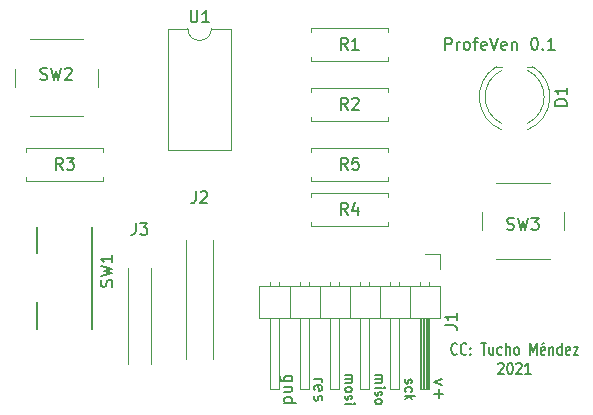
<source format=gbr>
%TF.GenerationSoftware,KiCad,Pcbnew,5.1.10-88a1d61d58~88~ubuntu18.04.1*%
%TF.CreationDate,2021-11-17T00:59:38+01:00*%
%TF.ProjectId,tuchoVen,74756368-6f56-4656-9e2e-6b696361645f,rev?*%
%TF.SameCoordinates,Original*%
%TF.FileFunction,Legend,Top*%
%TF.FilePolarity,Positive*%
%FSLAX46Y46*%
G04 Gerber Fmt 4.6, Leading zero omitted, Abs format (unit mm)*
G04 Created by KiCad (PCBNEW 5.1.10-88a1d61d58~88~ubuntu18.04.1) date 2021-11-17 00:59:38*
%MOMM*%
%LPD*%
G01*
G04 APERTURE LIST*
%ADD10C,0.150000*%
%ADD11C,0.120000*%
G04 APERTURE END LIST*
D10*
X204146190Y-79171904D02*
X204108095Y-79248095D01*
X204108095Y-79400476D01*
X204146190Y-79476666D01*
X204222380Y-79514761D01*
X204260476Y-79514761D01*
X204336666Y-79476666D01*
X204374761Y-79400476D01*
X204374761Y-79286190D01*
X204412857Y-79210000D01*
X204489047Y-79171904D01*
X204527142Y-79171904D01*
X204603333Y-79210000D01*
X204641428Y-79286190D01*
X204641428Y-79400476D01*
X204603333Y-79476666D01*
X204146190Y-80200476D02*
X204108095Y-80124285D01*
X204108095Y-79971904D01*
X204146190Y-79895714D01*
X204184285Y-79857619D01*
X204260476Y-79819523D01*
X204489047Y-79819523D01*
X204565238Y-79857619D01*
X204603333Y-79895714D01*
X204641428Y-79971904D01*
X204641428Y-80124285D01*
X204603333Y-80200476D01*
X204108095Y-80543333D02*
X204908095Y-80543333D01*
X204412857Y-80619523D02*
X204108095Y-80848095D01*
X204641428Y-80848095D02*
X204336666Y-80543333D01*
X201568095Y-78790952D02*
X202101428Y-78790952D01*
X202025238Y-78790952D02*
X202063333Y-78829047D01*
X202101428Y-78905238D01*
X202101428Y-79019523D01*
X202063333Y-79095714D01*
X201987142Y-79133809D01*
X201568095Y-79133809D01*
X201987142Y-79133809D02*
X202063333Y-79171904D01*
X202101428Y-79248095D01*
X202101428Y-79362380D01*
X202063333Y-79438571D01*
X201987142Y-79476666D01*
X201568095Y-79476666D01*
X201568095Y-79857619D02*
X202101428Y-79857619D01*
X202368095Y-79857619D02*
X202330000Y-79819523D01*
X202291904Y-79857619D01*
X202330000Y-79895714D01*
X202368095Y-79857619D01*
X202291904Y-79857619D01*
X201606190Y-80200476D02*
X201568095Y-80276666D01*
X201568095Y-80429047D01*
X201606190Y-80505238D01*
X201682380Y-80543333D01*
X201720476Y-80543333D01*
X201796666Y-80505238D01*
X201834761Y-80429047D01*
X201834761Y-80314761D01*
X201872857Y-80238571D01*
X201949047Y-80200476D01*
X201987142Y-80200476D01*
X202063333Y-80238571D01*
X202101428Y-80314761D01*
X202101428Y-80429047D01*
X202063333Y-80505238D01*
X201568095Y-81000476D02*
X201606190Y-80924285D01*
X201644285Y-80886190D01*
X201720476Y-80848095D01*
X201949047Y-80848095D01*
X202025238Y-80886190D01*
X202063333Y-80924285D01*
X202101428Y-81000476D01*
X202101428Y-81114761D01*
X202063333Y-81190952D01*
X202025238Y-81229047D01*
X201949047Y-81267142D01*
X201720476Y-81267142D01*
X201644285Y-81229047D01*
X201606190Y-81190952D01*
X201568095Y-81114761D01*
X201568095Y-81000476D01*
X199028095Y-78790952D02*
X199561428Y-78790952D01*
X199485238Y-78790952D02*
X199523333Y-78829047D01*
X199561428Y-78905238D01*
X199561428Y-79019523D01*
X199523333Y-79095714D01*
X199447142Y-79133809D01*
X199028095Y-79133809D01*
X199447142Y-79133809D02*
X199523333Y-79171904D01*
X199561428Y-79248095D01*
X199561428Y-79362380D01*
X199523333Y-79438571D01*
X199447142Y-79476666D01*
X199028095Y-79476666D01*
X199028095Y-79971904D02*
X199066190Y-79895714D01*
X199104285Y-79857619D01*
X199180476Y-79819523D01*
X199409047Y-79819523D01*
X199485238Y-79857619D01*
X199523333Y-79895714D01*
X199561428Y-79971904D01*
X199561428Y-80086190D01*
X199523333Y-80162380D01*
X199485238Y-80200476D01*
X199409047Y-80238571D01*
X199180476Y-80238571D01*
X199104285Y-80200476D01*
X199066190Y-80162380D01*
X199028095Y-80086190D01*
X199028095Y-79971904D01*
X199066190Y-80543333D02*
X199028095Y-80619523D01*
X199028095Y-80771904D01*
X199066190Y-80848095D01*
X199142380Y-80886190D01*
X199180476Y-80886190D01*
X199256666Y-80848095D01*
X199294761Y-80771904D01*
X199294761Y-80657619D01*
X199332857Y-80581428D01*
X199409047Y-80543333D01*
X199447142Y-80543333D01*
X199523333Y-80581428D01*
X199561428Y-80657619D01*
X199561428Y-80771904D01*
X199523333Y-80848095D01*
X199028095Y-81229047D02*
X199561428Y-81229047D01*
X199828095Y-81229047D02*
X199790000Y-81190952D01*
X199751904Y-81229047D01*
X199790000Y-81267142D01*
X199828095Y-81229047D01*
X199751904Y-81229047D01*
X196397619Y-79105238D02*
X197064285Y-79105238D01*
X196873809Y-79105238D02*
X196969047Y-79152857D01*
X197016666Y-79200476D01*
X197064285Y-79295714D01*
X197064285Y-79390952D01*
X196445238Y-80105238D02*
X196397619Y-80010000D01*
X196397619Y-79819523D01*
X196445238Y-79724285D01*
X196540476Y-79676666D01*
X196921428Y-79676666D01*
X197016666Y-79724285D01*
X197064285Y-79819523D01*
X197064285Y-80010000D01*
X197016666Y-80105238D01*
X196921428Y-80152857D01*
X196826190Y-80152857D01*
X196730952Y-79676666D01*
X196445238Y-80533809D02*
X196397619Y-80629047D01*
X196397619Y-80819523D01*
X196445238Y-80914761D01*
X196540476Y-80962380D01*
X196588095Y-80962380D01*
X196683333Y-80914761D01*
X196730952Y-80819523D01*
X196730952Y-80676666D01*
X196778571Y-80581428D01*
X196873809Y-80533809D01*
X196921428Y-80533809D01*
X197016666Y-80581428D01*
X197064285Y-80676666D01*
X197064285Y-80819523D01*
X197016666Y-80914761D01*
X194524285Y-79319523D02*
X193714761Y-79319523D01*
X193619523Y-79271904D01*
X193571904Y-79224285D01*
X193524285Y-79129047D01*
X193524285Y-78986190D01*
X193571904Y-78890952D01*
X193905238Y-79319523D02*
X193857619Y-79224285D01*
X193857619Y-79033809D01*
X193905238Y-78938571D01*
X193952857Y-78890952D01*
X194048095Y-78843333D01*
X194333809Y-78843333D01*
X194429047Y-78890952D01*
X194476666Y-78938571D01*
X194524285Y-79033809D01*
X194524285Y-79224285D01*
X194476666Y-79319523D01*
X194524285Y-79795714D02*
X193857619Y-79795714D01*
X194429047Y-79795714D02*
X194476666Y-79843333D01*
X194524285Y-79938571D01*
X194524285Y-80081428D01*
X194476666Y-80176666D01*
X194381428Y-80224285D01*
X193857619Y-80224285D01*
X193857619Y-81129047D02*
X194857619Y-81129047D01*
X193905238Y-81129047D02*
X193857619Y-81033809D01*
X193857619Y-80843333D01*
X193905238Y-80748095D01*
X193952857Y-80700476D01*
X194048095Y-80652857D01*
X194333809Y-80652857D01*
X194429047Y-80700476D01*
X194476666Y-80748095D01*
X194524285Y-80843333D01*
X194524285Y-81033809D01*
X194476666Y-81129047D01*
X207224285Y-79152857D02*
X206557619Y-79390952D01*
X207224285Y-79629047D01*
X206938571Y-80010000D02*
X206938571Y-80771904D01*
X206557619Y-80390952D02*
X207319523Y-80390952D01*
X208483809Y-77002142D02*
X208445714Y-77049761D01*
X208331428Y-77097380D01*
X208255238Y-77097380D01*
X208140952Y-77049761D01*
X208064761Y-76954523D01*
X208026666Y-76859285D01*
X207988571Y-76668809D01*
X207988571Y-76525952D01*
X208026666Y-76335476D01*
X208064761Y-76240238D01*
X208140952Y-76145000D01*
X208255238Y-76097380D01*
X208331428Y-76097380D01*
X208445714Y-76145000D01*
X208483809Y-76192619D01*
X209283809Y-77002142D02*
X209245714Y-77049761D01*
X209131428Y-77097380D01*
X209055238Y-77097380D01*
X208940952Y-77049761D01*
X208864761Y-76954523D01*
X208826666Y-76859285D01*
X208788571Y-76668809D01*
X208788571Y-76525952D01*
X208826666Y-76335476D01*
X208864761Y-76240238D01*
X208940952Y-76145000D01*
X209055238Y-76097380D01*
X209131428Y-76097380D01*
X209245714Y-76145000D01*
X209283809Y-76192619D01*
X209626666Y-77002142D02*
X209664761Y-77049761D01*
X209626666Y-77097380D01*
X209588571Y-77049761D01*
X209626666Y-77002142D01*
X209626666Y-77097380D01*
X209626666Y-76478333D02*
X209664761Y-76525952D01*
X209626666Y-76573571D01*
X209588571Y-76525952D01*
X209626666Y-76478333D01*
X209626666Y-76573571D01*
X210502857Y-76097380D02*
X210960000Y-76097380D01*
X210731428Y-77097380D02*
X210731428Y-76097380D01*
X211569523Y-76430714D02*
X211569523Y-77097380D01*
X211226666Y-76430714D02*
X211226666Y-76954523D01*
X211264761Y-77049761D01*
X211340952Y-77097380D01*
X211455238Y-77097380D01*
X211531428Y-77049761D01*
X211569523Y-77002142D01*
X212293333Y-77049761D02*
X212217142Y-77097380D01*
X212064761Y-77097380D01*
X211988571Y-77049761D01*
X211950476Y-77002142D01*
X211912380Y-76906904D01*
X211912380Y-76621190D01*
X211950476Y-76525952D01*
X211988571Y-76478333D01*
X212064761Y-76430714D01*
X212217142Y-76430714D01*
X212293333Y-76478333D01*
X212636190Y-77097380D02*
X212636190Y-76097380D01*
X212979047Y-77097380D02*
X212979047Y-76573571D01*
X212940952Y-76478333D01*
X212864761Y-76430714D01*
X212750476Y-76430714D01*
X212674285Y-76478333D01*
X212636190Y-76525952D01*
X213474285Y-77097380D02*
X213398095Y-77049761D01*
X213360000Y-77002142D01*
X213321904Y-76906904D01*
X213321904Y-76621190D01*
X213360000Y-76525952D01*
X213398095Y-76478333D01*
X213474285Y-76430714D01*
X213588571Y-76430714D01*
X213664761Y-76478333D01*
X213702857Y-76525952D01*
X213740952Y-76621190D01*
X213740952Y-76906904D01*
X213702857Y-77002142D01*
X213664761Y-77049761D01*
X213588571Y-77097380D01*
X213474285Y-77097380D01*
X214693333Y-77097380D02*
X214693333Y-76097380D01*
X214960000Y-76811666D01*
X215226666Y-76097380D01*
X215226666Y-77097380D01*
X215912380Y-77049761D02*
X215836190Y-77097380D01*
X215683809Y-77097380D01*
X215607619Y-77049761D01*
X215569523Y-76954523D01*
X215569523Y-76573571D01*
X215607619Y-76478333D01*
X215683809Y-76430714D01*
X215836190Y-76430714D01*
X215912380Y-76478333D01*
X215950476Y-76573571D01*
X215950476Y-76668809D01*
X215569523Y-76764047D01*
X215836190Y-76049761D02*
X215721904Y-76192619D01*
X216293333Y-76430714D02*
X216293333Y-77097380D01*
X216293333Y-76525952D02*
X216331428Y-76478333D01*
X216407619Y-76430714D01*
X216521904Y-76430714D01*
X216598095Y-76478333D01*
X216636190Y-76573571D01*
X216636190Y-77097380D01*
X217360000Y-77097380D02*
X217360000Y-76097380D01*
X217360000Y-77049761D02*
X217283809Y-77097380D01*
X217131428Y-77097380D01*
X217055238Y-77049761D01*
X217017142Y-77002142D01*
X216979047Y-76906904D01*
X216979047Y-76621190D01*
X217017142Y-76525952D01*
X217055238Y-76478333D01*
X217131428Y-76430714D01*
X217283809Y-76430714D01*
X217360000Y-76478333D01*
X218045714Y-77049761D02*
X217969523Y-77097380D01*
X217817142Y-77097380D01*
X217740952Y-77049761D01*
X217702857Y-76954523D01*
X217702857Y-76573571D01*
X217740952Y-76478333D01*
X217817142Y-76430714D01*
X217969523Y-76430714D01*
X218045714Y-76478333D01*
X218083809Y-76573571D01*
X218083809Y-76668809D01*
X217702857Y-76764047D01*
X218350476Y-76430714D02*
X218769523Y-76430714D01*
X218350476Y-77097380D01*
X218769523Y-77097380D01*
X211988571Y-77842619D02*
X212026666Y-77795000D01*
X212102857Y-77747380D01*
X212293333Y-77747380D01*
X212369523Y-77795000D01*
X212407619Y-77842619D01*
X212445714Y-77937857D01*
X212445714Y-78033095D01*
X212407619Y-78175952D01*
X211950476Y-78747380D01*
X212445714Y-78747380D01*
X212940952Y-77747380D02*
X213017142Y-77747380D01*
X213093333Y-77795000D01*
X213131428Y-77842619D01*
X213169523Y-77937857D01*
X213207619Y-78128333D01*
X213207619Y-78366428D01*
X213169523Y-78556904D01*
X213131428Y-78652142D01*
X213093333Y-78699761D01*
X213017142Y-78747380D01*
X212940952Y-78747380D01*
X212864761Y-78699761D01*
X212826666Y-78652142D01*
X212788571Y-78556904D01*
X212750476Y-78366428D01*
X212750476Y-78128333D01*
X212788571Y-77937857D01*
X212826666Y-77842619D01*
X212864761Y-77795000D01*
X212940952Y-77747380D01*
X213512380Y-77842619D02*
X213550476Y-77795000D01*
X213626666Y-77747380D01*
X213817142Y-77747380D01*
X213893333Y-77795000D01*
X213931428Y-77842619D01*
X213969523Y-77937857D01*
X213969523Y-78033095D01*
X213931428Y-78175952D01*
X213474285Y-78747380D01*
X213969523Y-78747380D01*
X214731428Y-78747380D02*
X214274285Y-78747380D01*
X214502857Y-78747380D02*
X214502857Y-77747380D01*
X214426666Y-77890238D01*
X214350476Y-77985476D01*
X214274285Y-78033095D01*
X207470952Y-51252380D02*
X207470952Y-50252380D01*
X207851904Y-50252380D01*
X207947142Y-50300000D01*
X207994761Y-50347619D01*
X208042380Y-50442857D01*
X208042380Y-50585714D01*
X207994761Y-50680952D01*
X207947142Y-50728571D01*
X207851904Y-50776190D01*
X207470952Y-50776190D01*
X208470952Y-51252380D02*
X208470952Y-50585714D01*
X208470952Y-50776190D02*
X208518571Y-50680952D01*
X208566190Y-50633333D01*
X208661428Y-50585714D01*
X208756666Y-50585714D01*
X209232857Y-51252380D02*
X209137619Y-51204761D01*
X209090000Y-51157142D01*
X209042380Y-51061904D01*
X209042380Y-50776190D01*
X209090000Y-50680952D01*
X209137619Y-50633333D01*
X209232857Y-50585714D01*
X209375714Y-50585714D01*
X209470952Y-50633333D01*
X209518571Y-50680952D01*
X209566190Y-50776190D01*
X209566190Y-51061904D01*
X209518571Y-51157142D01*
X209470952Y-51204761D01*
X209375714Y-51252380D01*
X209232857Y-51252380D01*
X209851904Y-50585714D02*
X210232857Y-50585714D01*
X209994761Y-51252380D02*
X209994761Y-50395238D01*
X210042380Y-50300000D01*
X210137619Y-50252380D01*
X210232857Y-50252380D01*
X210947142Y-51204761D02*
X210851904Y-51252380D01*
X210661428Y-51252380D01*
X210566190Y-51204761D01*
X210518571Y-51109523D01*
X210518571Y-50728571D01*
X210566190Y-50633333D01*
X210661428Y-50585714D01*
X210851904Y-50585714D01*
X210947142Y-50633333D01*
X210994761Y-50728571D01*
X210994761Y-50823809D01*
X210518571Y-50919047D01*
X211280476Y-50252380D02*
X211613809Y-51252380D01*
X211947142Y-50252380D01*
X212661428Y-51204761D02*
X212566190Y-51252380D01*
X212375714Y-51252380D01*
X212280476Y-51204761D01*
X212232857Y-51109523D01*
X212232857Y-50728571D01*
X212280476Y-50633333D01*
X212375714Y-50585714D01*
X212566190Y-50585714D01*
X212661428Y-50633333D01*
X212709047Y-50728571D01*
X212709047Y-50823809D01*
X212232857Y-50919047D01*
X213137619Y-50585714D02*
X213137619Y-51252380D01*
X213137619Y-50680952D02*
X213185238Y-50633333D01*
X213280476Y-50585714D01*
X213423333Y-50585714D01*
X213518571Y-50633333D01*
X213566190Y-50728571D01*
X213566190Y-51252380D01*
X214994761Y-50252380D02*
X215090000Y-50252380D01*
X215185238Y-50300000D01*
X215232857Y-50347619D01*
X215280476Y-50442857D01*
X215328095Y-50633333D01*
X215328095Y-50871428D01*
X215280476Y-51061904D01*
X215232857Y-51157142D01*
X215185238Y-51204761D01*
X215090000Y-51252380D01*
X214994761Y-51252380D01*
X214899523Y-51204761D01*
X214851904Y-51157142D01*
X214804285Y-51061904D01*
X214756666Y-50871428D01*
X214756666Y-50633333D01*
X214804285Y-50442857D01*
X214851904Y-50347619D01*
X214899523Y-50300000D01*
X214994761Y-50252380D01*
X215756666Y-51157142D02*
X215804285Y-51204761D01*
X215756666Y-51252380D01*
X215709047Y-51204761D01*
X215756666Y-51157142D01*
X215756666Y-51252380D01*
X216756666Y-51252380D02*
X216185238Y-51252380D01*
X216470952Y-51252380D02*
X216470952Y-50252380D01*
X216375714Y-50395238D01*
X216280476Y-50490476D01*
X216185238Y-50538095D01*
D11*
%TO.C,D1*%
X212280000Y-52685000D02*
X211815000Y-52685000D01*
X214905000Y-52685000D02*
X214440000Y-52685000D01*
X214440827Y-58032815D02*
G75*
G03*
X214904830Y-52685000I-1080827J2787815D01*
G01*
X212279173Y-58032815D02*
G75*
G02*
X211815170Y-52685000I1080827J2787815D01*
G01*
X214440429Y-57499479D02*
G75*
G03*
X214440000Y-52990316I-1080429J2254479D01*
G01*
X212279571Y-57499479D02*
G75*
G02*
X212280000Y-52990316I1080429J2254479D01*
G01*
%TO.C,J1*%
X207010000Y-68580000D02*
X207010000Y-69850000D01*
X205740000Y-68580000D02*
X207010000Y-68580000D01*
X192660000Y-70892929D02*
X192660000Y-71290000D01*
X193420000Y-70892929D02*
X193420000Y-71290000D01*
X192660000Y-79950000D02*
X192660000Y-73950000D01*
X193420000Y-79950000D02*
X192660000Y-79950000D01*
X193420000Y-73950000D02*
X193420000Y-79950000D01*
X194310000Y-71290000D02*
X194310000Y-73950000D01*
X195200000Y-70892929D02*
X195200000Y-71290000D01*
X195960000Y-70892929D02*
X195960000Y-71290000D01*
X195200000Y-79950000D02*
X195200000Y-73950000D01*
X195960000Y-79950000D02*
X195200000Y-79950000D01*
X195960000Y-73950000D02*
X195960000Y-79950000D01*
X196850000Y-71290000D02*
X196850000Y-73950000D01*
X197740000Y-70892929D02*
X197740000Y-71290000D01*
X198500000Y-70892929D02*
X198500000Y-71290000D01*
X197740000Y-79950000D02*
X197740000Y-73950000D01*
X198500000Y-79950000D02*
X197740000Y-79950000D01*
X198500000Y-73950000D02*
X198500000Y-79950000D01*
X199390000Y-71290000D02*
X199390000Y-73950000D01*
X200280000Y-70892929D02*
X200280000Y-71290000D01*
X201040000Y-70892929D02*
X201040000Y-71290000D01*
X200280000Y-79950000D02*
X200280000Y-73950000D01*
X201040000Y-79950000D02*
X200280000Y-79950000D01*
X201040000Y-73950000D02*
X201040000Y-79950000D01*
X201930000Y-71290000D02*
X201930000Y-73950000D01*
X202820000Y-70892929D02*
X202820000Y-71290000D01*
X203580000Y-70892929D02*
X203580000Y-71290000D01*
X202820000Y-79950000D02*
X202820000Y-73950000D01*
X203580000Y-79950000D02*
X202820000Y-79950000D01*
X203580000Y-73950000D02*
X203580000Y-79950000D01*
X204470000Y-71290000D02*
X204470000Y-73950000D01*
X205360000Y-70960000D02*
X205360000Y-71290000D01*
X206120000Y-70960000D02*
X206120000Y-71290000D01*
X205460000Y-73950000D02*
X205460000Y-79950000D01*
X205580000Y-73950000D02*
X205580000Y-79950000D01*
X205700000Y-73950000D02*
X205700000Y-79950000D01*
X205820000Y-73950000D02*
X205820000Y-79950000D01*
X205940000Y-73950000D02*
X205940000Y-79950000D01*
X206060000Y-73950000D02*
X206060000Y-79950000D01*
X205360000Y-79950000D02*
X205360000Y-73950000D01*
X206120000Y-79950000D02*
X205360000Y-79950000D01*
X206120000Y-73950000D02*
X206120000Y-79950000D01*
X207070000Y-73950000D02*
X207070000Y-71290000D01*
X191710000Y-73950000D02*
X207070000Y-73950000D01*
X191710000Y-71290000D02*
X191710000Y-73950000D01*
X207070000Y-71290000D02*
X191710000Y-71290000D01*
%TO.C,R1*%
X196120000Y-49430000D02*
X196120000Y-49760000D01*
X202660000Y-49430000D02*
X196120000Y-49430000D01*
X202660000Y-49760000D02*
X202660000Y-49430000D01*
X196120000Y-52170000D02*
X196120000Y-51840000D01*
X202660000Y-52170000D02*
X196120000Y-52170000D01*
X202660000Y-51840000D02*
X202660000Y-52170000D01*
%TO.C,R2*%
X196120000Y-54510000D02*
X196120000Y-54840000D01*
X202660000Y-54510000D02*
X196120000Y-54510000D01*
X202660000Y-54840000D02*
X202660000Y-54510000D01*
X196120000Y-57250000D02*
X196120000Y-56920000D01*
X202660000Y-57250000D02*
X196120000Y-57250000D01*
X202660000Y-56920000D02*
X202660000Y-57250000D01*
%TO.C,R3*%
X178530000Y-62330000D02*
X178530000Y-62000000D01*
X171990000Y-62330000D02*
X178530000Y-62330000D01*
X171990000Y-62000000D02*
X171990000Y-62330000D01*
X178530000Y-59590000D02*
X178530000Y-59920000D01*
X171990000Y-59590000D02*
X178530000Y-59590000D01*
X171990000Y-59920000D02*
X171990000Y-59590000D01*
%TO.C,R4*%
X202660000Y-65810000D02*
X202660000Y-66140000D01*
X202660000Y-66140000D02*
X196120000Y-66140000D01*
X196120000Y-66140000D02*
X196120000Y-65810000D01*
X202660000Y-63730000D02*
X202660000Y-63400000D01*
X202660000Y-63400000D02*
X196120000Y-63400000D01*
X196120000Y-63400000D02*
X196120000Y-63730000D01*
%TO.C,R5*%
X202660000Y-62000000D02*
X202660000Y-62330000D01*
X202660000Y-62330000D02*
X196120000Y-62330000D01*
X196120000Y-62330000D02*
X196120000Y-62000000D01*
X202660000Y-59920000D02*
X202660000Y-59590000D01*
X202660000Y-59590000D02*
X196120000Y-59590000D01*
X196120000Y-59590000D02*
X196120000Y-59920000D01*
D10*
%TO.C,SW1*%
X172960000Y-72580000D02*
X172960000Y-74880000D01*
X172960000Y-66280000D02*
X172960000Y-68480000D01*
X177560000Y-66280000D02*
X177560000Y-74880000D01*
D11*
%TO.C,SW2*%
X171050000Y-52880000D02*
X171050000Y-54380000D01*
X172300000Y-56880000D02*
X176800000Y-56880000D01*
X178050000Y-54380000D02*
X178050000Y-52880000D01*
X176800000Y-50380000D02*
X172300000Y-50380000D01*
%TO.C,SW3*%
X211820000Y-69000000D02*
X216320000Y-69000000D01*
X210570000Y-65000000D02*
X210570000Y-66500000D01*
X216320000Y-62500000D02*
X211820000Y-62500000D01*
X217570000Y-66500000D02*
X217570000Y-65000000D01*
%TO.C,U1*%
X189340000Y-49470000D02*
X187690000Y-49470000D01*
X189340000Y-59750000D02*
X189340000Y-49470000D01*
X184040000Y-59750000D02*
X189340000Y-59750000D01*
X184040000Y-49470000D02*
X184040000Y-59750000D01*
X185690000Y-49470000D02*
X184040000Y-49470000D01*
X187690000Y-49470000D02*
G75*
G02*
X185690000Y-49470000I-1000000J0D01*
G01*
%TO.C,J2*%
X187850000Y-67350000D02*
X187850000Y-77480000D01*
X185530000Y-67350000D02*
X185530000Y-77480000D01*
%TO.C,J3*%
X182570000Y-69765000D02*
X182570000Y-77820000D01*
X180650000Y-69765000D02*
X180650000Y-77820000D01*
%TO.C,D1*%
D10*
X217772380Y-55983095D02*
X216772380Y-55983095D01*
X216772380Y-55745000D01*
X216820000Y-55602142D01*
X216915238Y-55506904D01*
X217010476Y-55459285D01*
X217200952Y-55411666D01*
X217343809Y-55411666D01*
X217534285Y-55459285D01*
X217629523Y-55506904D01*
X217724761Y-55602142D01*
X217772380Y-55745000D01*
X217772380Y-55983095D01*
X217772380Y-54459285D02*
X217772380Y-55030714D01*
X217772380Y-54745000D02*
X216772380Y-54745000D01*
X216915238Y-54840238D01*
X217010476Y-54935476D01*
X217058095Y-55030714D01*
%TO.C,J1*%
X207462380Y-74568333D02*
X208176666Y-74568333D01*
X208319523Y-74615952D01*
X208414761Y-74711190D01*
X208462380Y-74854047D01*
X208462380Y-74949285D01*
X208462380Y-73568333D02*
X208462380Y-74139761D01*
X208462380Y-73854047D02*
X207462380Y-73854047D01*
X207605238Y-73949285D01*
X207700476Y-74044523D01*
X207748095Y-74139761D01*
%TO.C,R1*%
X199223333Y-51252380D02*
X198890000Y-50776190D01*
X198651904Y-51252380D02*
X198651904Y-50252380D01*
X199032857Y-50252380D01*
X199128095Y-50300000D01*
X199175714Y-50347619D01*
X199223333Y-50442857D01*
X199223333Y-50585714D01*
X199175714Y-50680952D01*
X199128095Y-50728571D01*
X199032857Y-50776190D01*
X198651904Y-50776190D01*
X200175714Y-51252380D02*
X199604285Y-51252380D01*
X199890000Y-51252380D02*
X199890000Y-50252380D01*
X199794761Y-50395238D01*
X199699523Y-50490476D01*
X199604285Y-50538095D01*
%TO.C,R2*%
X199223333Y-56332380D02*
X198890000Y-55856190D01*
X198651904Y-56332380D02*
X198651904Y-55332380D01*
X199032857Y-55332380D01*
X199128095Y-55380000D01*
X199175714Y-55427619D01*
X199223333Y-55522857D01*
X199223333Y-55665714D01*
X199175714Y-55760952D01*
X199128095Y-55808571D01*
X199032857Y-55856190D01*
X198651904Y-55856190D01*
X199604285Y-55427619D02*
X199651904Y-55380000D01*
X199747142Y-55332380D01*
X199985238Y-55332380D01*
X200080476Y-55380000D01*
X200128095Y-55427619D01*
X200175714Y-55522857D01*
X200175714Y-55618095D01*
X200128095Y-55760952D01*
X199556666Y-56332380D01*
X200175714Y-56332380D01*
%TO.C,R3*%
X175093333Y-61412380D02*
X174760000Y-60936190D01*
X174521904Y-61412380D02*
X174521904Y-60412380D01*
X174902857Y-60412380D01*
X174998095Y-60460000D01*
X175045714Y-60507619D01*
X175093333Y-60602857D01*
X175093333Y-60745714D01*
X175045714Y-60840952D01*
X174998095Y-60888571D01*
X174902857Y-60936190D01*
X174521904Y-60936190D01*
X175426666Y-60412380D02*
X176045714Y-60412380D01*
X175712380Y-60793333D01*
X175855238Y-60793333D01*
X175950476Y-60840952D01*
X175998095Y-60888571D01*
X176045714Y-60983809D01*
X176045714Y-61221904D01*
X175998095Y-61317142D01*
X175950476Y-61364761D01*
X175855238Y-61412380D01*
X175569523Y-61412380D01*
X175474285Y-61364761D01*
X175426666Y-61317142D01*
%TO.C,R4*%
X199223333Y-65222380D02*
X198890000Y-64746190D01*
X198651904Y-65222380D02*
X198651904Y-64222380D01*
X199032857Y-64222380D01*
X199128095Y-64270000D01*
X199175714Y-64317619D01*
X199223333Y-64412857D01*
X199223333Y-64555714D01*
X199175714Y-64650952D01*
X199128095Y-64698571D01*
X199032857Y-64746190D01*
X198651904Y-64746190D01*
X200080476Y-64555714D02*
X200080476Y-65222380D01*
X199842380Y-64174761D02*
X199604285Y-64889047D01*
X200223333Y-64889047D01*
%TO.C,R5*%
X199223333Y-61412380D02*
X198890000Y-60936190D01*
X198651904Y-61412380D02*
X198651904Y-60412380D01*
X199032857Y-60412380D01*
X199128095Y-60460000D01*
X199175714Y-60507619D01*
X199223333Y-60602857D01*
X199223333Y-60745714D01*
X199175714Y-60840952D01*
X199128095Y-60888571D01*
X199032857Y-60936190D01*
X198651904Y-60936190D01*
X200128095Y-60412380D02*
X199651904Y-60412380D01*
X199604285Y-60888571D01*
X199651904Y-60840952D01*
X199747142Y-60793333D01*
X199985238Y-60793333D01*
X200080476Y-60840952D01*
X200128095Y-60888571D01*
X200175714Y-60983809D01*
X200175714Y-61221904D01*
X200128095Y-61317142D01*
X200080476Y-61364761D01*
X199985238Y-61412380D01*
X199747142Y-61412380D01*
X199651904Y-61364761D01*
X199604285Y-61317142D01*
%TO.C,SW1*%
X179264761Y-71313333D02*
X179312380Y-71170476D01*
X179312380Y-70932380D01*
X179264761Y-70837142D01*
X179217142Y-70789523D01*
X179121904Y-70741904D01*
X179026666Y-70741904D01*
X178931428Y-70789523D01*
X178883809Y-70837142D01*
X178836190Y-70932380D01*
X178788571Y-71122857D01*
X178740952Y-71218095D01*
X178693333Y-71265714D01*
X178598095Y-71313333D01*
X178502857Y-71313333D01*
X178407619Y-71265714D01*
X178360000Y-71218095D01*
X178312380Y-71122857D01*
X178312380Y-70884761D01*
X178360000Y-70741904D01*
X178312380Y-70408571D02*
X179312380Y-70170476D01*
X178598095Y-69980000D01*
X179312380Y-69789523D01*
X178312380Y-69551428D01*
X179312380Y-68646666D02*
X179312380Y-69218095D01*
X179312380Y-68932380D02*
X178312380Y-68932380D01*
X178455238Y-69027619D01*
X178550476Y-69122857D01*
X178598095Y-69218095D01*
%TO.C,SW2*%
X173216666Y-53744761D02*
X173359523Y-53792380D01*
X173597619Y-53792380D01*
X173692857Y-53744761D01*
X173740476Y-53697142D01*
X173788095Y-53601904D01*
X173788095Y-53506666D01*
X173740476Y-53411428D01*
X173692857Y-53363809D01*
X173597619Y-53316190D01*
X173407142Y-53268571D01*
X173311904Y-53220952D01*
X173264285Y-53173333D01*
X173216666Y-53078095D01*
X173216666Y-52982857D01*
X173264285Y-52887619D01*
X173311904Y-52840000D01*
X173407142Y-52792380D01*
X173645238Y-52792380D01*
X173788095Y-52840000D01*
X174121428Y-52792380D02*
X174359523Y-53792380D01*
X174550000Y-53078095D01*
X174740476Y-53792380D01*
X174978571Y-52792380D01*
X175311904Y-52887619D02*
X175359523Y-52840000D01*
X175454761Y-52792380D01*
X175692857Y-52792380D01*
X175788095Y-52840000D01*
X175835714Y-52887619D01*
X175883333Y-52982857D01*
X175883333Y-53078095D01*
X175835714Y-53220952D01*
X175264285Y-53792380D01*
X175883333Y-53792380D01*
%TO.C,SW3*%
X212736666Y-66444761D02*
X212879523Y-66492380D01*
X213117619Y-66492380D01*
X213212857Y-66444761D01*
X213260476Y-66397142D01*
X213308095Y-66301904D01*
X213308095Y-66206666D01*
X213260476Y-66111428D01*
X213212857Y-66063809D01*
X213117619Y-66016190D01*
X212927142Y-65968571D01*
X212831904Y-65920952D01*
X212784285Y-65873333D01*
X212736666Y-65778095D01*
X212736666Y-65682857D01*
X212784285Y-65587619D01*
X212831904Y-65540000D01*
X212927142Y-65492380D01*
X213165238Y-65492380D01*
X213308095Y-65540000D01*
X213641428Y-65492380D02*
X213879523Y-66492380D01*
X214070000Y-65778095D01*
X214260476Y-66492380D01*
X214498571Y-65492380D01*
X214784285Y-65492380D02*
X215403333Y-65492380D01*
X215070000Y-65873333D01*
X215212857Y-65873333D01*
X215308095Y-65920952D01*
X215355714Y-65968571D01*
X215403333Y-66063809D01*
X215403333Y-66301904D01*
X215355714Y-66397142D01*
X215308095Y-66444761D01*
X215212857Y-66492380D01*
X214927142Y-66492380D01*
X214831904Y-66444761D01*
X214784285Y-66397142D01*
%TO.C,U1*%
X185928095Y-47922380D02*
X185928095Y-48731904D01*
X185975714Y-48827142D01*
X186023333Y-48874761D01*
X186118571Y-48922380D01*
X186309047Y-48922380D01*
X186404285Y-48874761D01*
X186451904Y-48827142D01*
X186499523Y-48731904D01*
X186499523Y-47922380D01*
X187499523Y-48922380D02*
X186928095Y-48922380D01*
X187213809Y-48922380D02*
X187213809Y-47922380D01*
X187118571Y-48065238D01*
X187023333Y-48160476D01*
X186928095Y-48208095D01*
%TO.C,J2*%
X186356666Y-63242380D02*
X186356666Y-63956666D01*
X186309047Y-64099523D01*
X186213809Y-64194761D01*
X186070952Y-64242380D01*
X185975714Y-64242380D01*
X186785238Y-63337619D02*
X186832857Y-63290000D01*
X186928095Y-63242380D01*
X187166190Y-63242380D01*
X187261428Y-63290000D01*
X187309047Y-63337619D01*
X187356666Y-63432857D01*
X187356666Y-63528095D01*
X187309047Y-63670952D01*
X186737619Y-64242380D01*
X187356666Y-64242380D01*
%TO.C,J3*%
X181276666Y-65912380D02*
X181276666Y-66626666D01*
X181229047Y-66769523D01*
X181133809Y-66864761D01*
X180990952Y-66912380D01*
X180895714Y-66912380D01*
X181657619Y-65912380D02*
X182276666Y-65912380D01*
X181943333Y-66293333D01*
X182086190Y-66293333D01*
X182181428Y-66340952D01*
X182229047Y-66388571D01*
X182276666Y-66483809D01*
X182276666Y-66721904D01*
X182229047Y-66817142D01*
X182181428Y-66864761D01*
X182086190Y-66912380D01*
X181800476Y-66912380D01*
X181705238Y-66864761D01*
X181657619Y-66817142D01*
%TD*%
M02*

</source>
